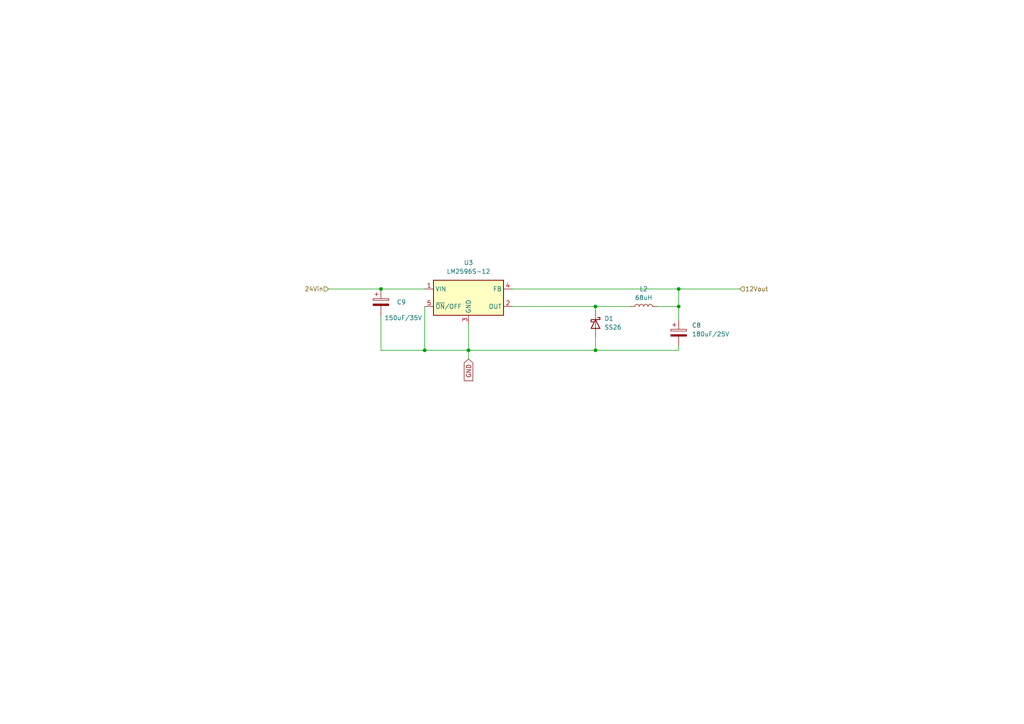
<source format=kicad_sch>
(kicad_sch
	(version 20231120)
	(generator "eeschema")
	(generator_version "8.0")
	(uuid "a3067b2e-8e6d-419f-812c-3279d9b02fd3")
	(paper "A4")
	(lib_symbols
		(symbol "Device:C_Polarized"
			(pin_numbers hide)
			(pin_names
				(offset 0.254)
			)
			(exclude_from_sim no)
			(in_bom yes)
			(on_board yes)
			(property "Reference" "C"
				(at 0.635 2.54 0)
				(effects
					(font
						(size 1.27 1.27)
					)
					(justify left)
				)
			)
			(property "Value" "C_Polarized"
				(at 0.635 -2.54 0)
				(effects
					(font
						(size 1.27 1.27)
					)
					(justify left)
				)
			)
			(property "Footprint" ""
				(at 0.9652 -3.81 0)
				(effects
					(font
						(size 1.27 1.27)
					)
					(hide yes)
				)
			)
			(property "Datasheet" "~"
				(at 0 0 0)
				(effects
					(font
						(size 1.27 1.27)
					)
					(hide yes)
				)
			)
			(property "Description" "Polarized capacitor"
				(at 0 0 0)
				(effects
					(font
						(size 1.27 1.27)
					)
					(hide yes)
				)
			)
			(property "ki_keywords" "cap capacitor"
				(at 0 0 0)
				(effects
					(font
						(size 1.27 1.27)
					)
					(hide yes)
				)
			)
			(property "ki_fp_filters" "CP_*"
				(at 0 0 0)
				(effects
					(font
						(size 1.27 1.27)
					)
					(hide yes)
				)
			)
			(symbol "C_Polarized_0_1"
				(rectangle
					(start -2.286 0.508)
					(end 2.286 1.016)
					(stroke
						(width 0)
						(type default)
					)
					(fill
						(type none)
					)
				)
				(polyline
					(pts
						(xy -1.778 2.286) (xy -0.762 2.286)
					)
					(stroke
						(width 0)
						(type default)
					)
					(fill
						(type none)
					)
				)
				(polyline
					(pts
						(xy -1.27 2.794) (xy -1.27 1.778)
					)
					(stroke
						(width 0)
						(type default)
					)
					(fill
						(type none)
					)
				)
				(rectangle
					(start 2.286 -0.508)
					(end -2.286 -1.016)
					(stroke
						(width 0)
						(type default)
					)
					(fill
						(type outline)
					)
				)
			)
			(symbol "C_Polarized_1_1"
				(pin passive line
					(at 0 3.81 270)
					(length 2.794)
					(name "~"
						(effects
							(font
								(size 1.27 1.27)
							)
						)
					)
					(number "1"
						(effects
							(font
								(size 1.27 1.27)
							)
						)
					)
				)
				(pin passive line
					(at 0 -3.81 90)
					(length 2.794)
					(name "~"
						(effects
							(font
								(size 1.27 1.27)
							)
						)
					)
					(number "2"
						(effects
							(font
								(size 1.27 1.27)
							)
						)
					)
				)
			)
		)
		(symbol "Device:L"
			(pin_numbers hide)
			(pin_names
				(offset 1.016) hide)
			(exclude_from_sim no)
			(in_bom yes)
			(on_board yes)
			(property "Reference" "L"
				(at -1.27 0 90)
				(effects
					(font
						(size 1.27 1.27)
					)
				)
			)
			(property "Value" "L"
				(at 1.905 0 90)
				(effects
					(font
						(size 1.27 1.27)
					)
				)
			)
			(property "Footprint" ""
				(at 0 0 0)
				(effects
					(font
						(size 1.27 1.27)
					)
					(hide yes)
				)
			)
			(property "Datasheet" "~"
				(at 0 0 0)
				(effects
					(font
						(size 1.27 1.27)
					)
					(hide yes)
				)
			)
			(property "Description" "Inductor"
				(at 0 0 0)
				(effects
					(font
						(size 1.27 1.27)
					)
					(hide yes)
				)
			)
			(property "ki_keywords" "inductor choke coil reactor magnetic"
				(at 0 0 0)
				(effects
					(font
						(size 1.27 1.27)
					)
					(hide yes)
				)
			)
			(property "ki_fp_filters" "Choke_* *Coil* Inductor_* L_*"
				(at 0 0 0)
				(effects
					(font
						(size 1.27 1.27)
					)
					(hide yes)
				)
			)
			(symbol "L_0_1"
				(arc
					(start 0 -2.54)
					(mid 0.6323 -1.905)
					(end 0 -1.27)
					(stroke
						(width 0)
						(type default)
					)
					(fill
						(type none)
					)
				)
				(arc
					(start 0 -1.27)
					(mid 0.6323 -0.635)
					(end 0 0)
					(stroke
						(width 0)
						(type default)
					)
					(fill
						(type none)
					)
				)
				(arc
					(start 0 0)
					(mid 0.6323 0.635)
					(end 0 1.27)
					(stroke
						(width 0)
						(type default)
					)
					(fill
						(type none)
					)
				)
				(arc
					(start 0 1.27)
					(mid 0.6323 1.905)
					(end 0 2.54)
					(stroke
						(width 0)
						(type default)
					)
					(fill
						(type none)
					)
				)
			)
			(symbol "L_1_1"
				(pin passive line
					(at 0 3.81 270)
					(length 1.27)
					(name "1"
						(effects
							(font
								(size 1.27 1.27)
							)
						)
					)
					(number "1"
						(effects
							(font
								(size 1.27 1.27)
							)
						)
					)
				)
				(pin passive line
					(at 0 -3.81 90)
					(length 1.27)
					(name "2"
						(effects
							(font
								(size 1.27 1.27)
							)
						)
					)
					(number "2"
						(effects
							(font
								(size 1.27 1.27)
							)
						)
					)
				)
			)
		)
		(symbol "Diode:SS26"
			(pin_numbers hide)
			(pin_names
				(offset 1.016) hide)
			(exclude_from_sim no)
			(in_bom yes)
			(on_board yes)
			(property "Reference" "D"
				(at 0 2.54 0)
				(effects
					(font
						(size 1.27 1.27)
					)
				)
			)
			(property "Value" "SS26"
				(at 0 -2.54 0)
				(effects
					(font
						(size 1.27 1.27)
					)
				)
			)
			(property "Footprint" "Diode_SMD:D_SMA"
				(at 0 -4.445 0)
				(effects
					(font
						(size 1.27 1.27)
					)
					(hide yes)
				)
			)
			(property "Datasheet" "https://www.vishay.com/docs/88748/ss22.pdf"
				(at 0 0 0)
				(effects
					(font
						(size 1.27 1.27)
					)
					(hide yes)
				)
			)
			(property "Description" "60V 2A Schottky Diode, SMA"
				(at 0 0 0)
				(effects
					(font
						(size 1.27 1.27)
					)
					(hide yes)
				)
			)
			(property "ki_keywords" "diode Schottky"
				(at 0 0 0)
				(effects
					(font
						(size 1.27 1.27)
					)
					(hide yes)
				)
			)
			(property "ki_fp_filters" "D*SMA*"
				(at 0 0 0)
				(effects
					(font
						(size 1.27 1.27)
					)
					(hide yes)
				)
			)
			(symbol "SS26_0_1"
				(polyline
					(pts
						(xy 1.27 0) (xy -1.27 0)
					)
					(stroke
						(width 0)
						(type default)
					)
					(fill
						(type none)
					)
				)
				(polyline
					(pts
						(xy 1.27 1.27) (xy 1.27 -1.27) (xy -1.27 0) (xy 1.27 1.27)
					)
					(stroke
						(width 0.254)
						(type default)
					)
					(fill
						(type none)
					)
				)
				(polyline
					(pts
						(xy -1.905 0.635) (xy -1.905 1.27) (xy -1.27 1.27) (xy -1.27 -1.27) (xy -0.635 -1.27) (xy -0.635 -0.635)
					)
					(stroke
						(width 0.254)
						(type default)
					)
					(fill
						(type none)
					)
				)
			)
			(symbol "SS26_1_1"
				(pin passive line
					(at -3.81 0 0)
					(length 2.54)
					(name "K"
						(effects
							(font
								(size 1.27 1.27)
							)
						)
					)
					(number "1"
						(effects
							(font
								(size 1.27 1.27)
							)
						)
					)
				)
				(pin passive line
					(at 3.81 0 180)
					(length 2.54)
					(name "A"
						(effects
							(font
								(size 1.27 1.27)
							)
						)
					)
					(number "2"
						(effects
							(font
								(size 1.27 1.27)
							)
						)
					)
				)
			)
		)
		(symbol "Regulator_Switching:LM2596S-12"
			(exclude_from_sim no)
			(in_bom yes)
			(on_board yes)
			(property "Reference" "U"
				(at -10.16 6.35 0)
				(effects
					(font
						(size 1.27 1.27)
					)
					(justify left)
				)
			)
			(property "Value" "LM2596S-12"
				(at 0 6.35 0)
				(effects
					(font
						(size 1.27 1.27)
					)
					(justify left)
				)
			)
			(property "Footprint" "Package_TO_SOT_SMD:TO-263-5_TabPin3"
				(at 1.27 -6.35 0)
				(effects
					(font
						(size 1.27 1.27)
						(italic yes)
					)
					(justify left)
					(hide yes)
				)
			)
			(property "Datasheet" "http://www.ti.com/lit/ds/symlink/lm2596.pdf"
				(at 0 0 0)
				(effects
					(font
						(size 1.27 1.27)
					)
					(hide yes)
				)
			)
			(property "Description" "12V 3A Step-Down Voltage Regulator, TO-263"
				(at 0 0 0)
				(effects
					(font
						(size 1.27 1.27)
					)
					(hide yes)
				)
			)
			(property "ki_keywords" "Step-Down Voltage Regulator 12V 3A"
				(at 0 0 0)
				(effects
					(font
						(size 1.27 1.27)
					)
					(hide yes)
				)
			)
			(property "ki_fp_filters" "TO?263*"
				(at 0 0 0)
				(effects
					(font
						(size 1.27 1.27)
					)
					(hide yes)
				)
			)
			(symbol "LM2596S-12_0_1"
				(rectangle
					(start -10.16 5.08)
					(end 10.16 -5.08)
					(stroke
						(width 0.254)
						(type default)
					)
					(fill
						(type background)
					)
				)
			)
			(symbol "LM2596S-12_1_1"
				(pin power_in line
					(at -12.7 2.54 0)
					(length 2.54)
					(name "VIN"
						(effects
							(font
								(size 1.27 1.27)
							)
						)
					)
					(number "1"
						(effects
							(font
								(size 1.27 1.27)
							)
						)
					)
				)
				(pin output line
					(at 12.7 -2.54 180)
					(length 2.54)
					(name "OUT"
						(effects
							(font
								(size 1.27 1.27)
							)
						)
					)
					(number "2"
						(effects
							(font
								(size 1.27 1.27)
							)
						)
					)
				)
				(pin power_in line
					(at 0 -7.62 90)
					(length 2.54)
					(name "GND"
						(effects
							(font
								(size 1.27 1.27)
							)
						)
					)
					(number "3"
						(effects
							(font
								(size 1.27 1.27)
							)
						)
					)
				)
				(pin input line
					(at 12.7 2.54 180)
					(length 2.54)
					(name "FB"
						(effects
							(font
								(size 1.27 1.27)
							)
						)
					)
					(number "4"
						(effects
							(font
								(size 1.27 1.27)
							)
						)
					)
				)
				(pin input line
					(at -12.7 -2.54 0)
					(length 2.54)
					(name "~{ON}/OFF"
						(effects
							(font
								(size 1.27 1.27)
							)
						)
					)
					(number "5"
						(effects
							(font
								(size 1.27 1.27)
							)
						)
					)
				)
			)
		)
	)
	(junction
		(at 135.89 101.6)
		(diameter 0)
		(color 0 0 0 0)
		(uuid "07a7e50f-864f-4f7f-a53c-056b7b28f103")
	)
	(junction
		(at 110.49 83.82)
		(diameter 0)
		(color 0 0 0 0)
		(uuid "2cf6c793-b860-4b3c-a242-ba3b762b7990")
	)
	(junction
		(at 123.19 101.6)
		(diameter 0)
		(color 0 0 0 0)
		(uuid "5661ef3f-7e84-47f1-b617-5be165492184")
	)
	(junction
		(at 172.72 101.6)
		(diameter 0)
		(color 0 0 0 0)
		(uuid "73a7ae09-eb67-4c2e-a267-4ef699fa6f5f")
	)
	(junction
		(at 196.85 83.82)
		(diameter 0)
		(color 0 0 0 0)
		(uuid "7a55eace-d193-40c9-859b-6727bb85ad35")
	)
	(junction
		(at 172.72 88.9)
		(diameter 0)
		(color 0 0 0 0)
		(uuid "7eecfb26-af5a-403e-b4c7-5f929876f3b6")
	)
	(junction
		(at 196.85 88.9)
		(diameter 0)
		(color 0 0 0 0)
		(uuid "cfe6bd9f-e6e3-4505-bcd6-239ff16a3da6")
	)
	(wire
		(pts
			(xy 196.85 88.9) (xy 196.85 92.71)
		)
		(stroke
			(width 0)
			(type default)
		)
		(uuid "1bbfd355-2dec-4e2b-b091-8c1d7275d367")
	)
	(wire
		(pts
			(xy 196.85 83.82) (xy 196.85 88.9)
		)
		(stroke
			(width 0)
			(type default)
		)
		(uuid "1ccc6265-f539-4a45-9945-65b8660a2cbe")
	)
	(wire
		(pts
			(xy 110.49 101.6) (xy 123.19 101.6)
		)
		(stroke
			(width 0)
			(type default)
		)
		(uuid "1d36d50f-7d44-4843-a659-0e4c1d4b8577")
	)
	(wire
		(pts
			(xy 196.85 101.6) (xy 196.85 100.33)
		)
		(stroke
			(width 0)
			(type default)
		)
		(uuid "2bf5ba9a-2544-43a8-9bfc-7ff667d24715")
	)
	(wire
		(pts
			(xy 148.59 88.9) (xy 172.72 88.9)
		)
		(stroke
			(width 0)
			(type default)
		)
		(uuid "36f6e18c-def5-4576-93f3-dbde61231b47")
	)
	(wire
		(pts
			(xy 172.72 88.9) (xy 172.72 90.17)
		)
		(stroke
			(width 0)
			(type default)
		)
		(uuid "645289c2-ab4f-4019-a3e2-b439656e8762")
	)
	(wire
		(pts
			(xy 172.72 101.6) (xy 135.89 101.6)
		)
		(stroke
			(width 0)
			(type default)
		)
		(uuid "7a006970-0ce9-4408-8735-51e8fca9eb20")
	)
	(wire
		(pts
			(xy 135.89 93.98) (xy 135.89 101.6)
		)
		(stroke
			(width 0)
			(type default)
		)
		(uuid "7ed9e8ff-af0b-4685-8e2a-bfec1af1c03e")
	)
	(wire
		(pts
			(xy 196.85 83.82) (xy 214.63 83.82)
		)
		(stroke
			(width 0)
			(type default)
		)
		(uuid "8ef5af12-2074-4369-8312-1bc925ee3f9a")
	)
	(wire
		(pts
			(xy 123.19 88.9) (xy 123.19 101.6)
		)
		(stroke
			(width 0)
			(type default)
		)
		(uuid "947718c8-205c-4730-8551-3fb25931cb3f")
	)
	(wire
		(pts
			(xy 123.19 101.6) (xy 135.89 101.6)
		)
		(stroke
			(width 0)
			(type default)
		)
		(uuid "9c1d57e0-5f8d-467d-9a6d-61c310b67e80")
	)
	(wire
		(pts
			(xy 196.85 88.9) (xy 190.5 88.9)
		)
		(stroke
			(width 0)
			(type default)
		)
		(uuid "b62761fe-495a-428a-9913-058d0c7d6727")
	)
	(wire
		(pts
			(xy 95.25 83.82) (xy 110.49 83.82)
		)
		(stroke
			(width 0)
			(type default)
		)
		(uuid "c2df96b1-d1b9-4c8d-90aa-66a6a4761ae0")
	)
	(wire
		(pts
			(xy 110.49 83.82) (xy 123.19 83.82)
		)
		(stroke
			(width 0)
			(type default)
		)
		(uuid "cea7d081-6718-4fdd-ae79-e7d1168332c9")
	)
	(wire
		(pts
			(xy 172.72 101.6) (xy 196.85 101.6)
		)
		(stroke
			(width 0)
			(type default)
		)
		(uuid "d90e3baa-674a-46bb-9399-3ad7c923897c")
	)
	(wire
		(pts
			(xy 110.49 91.44) (xy 110.49 101.6)
		)
		(stroke
			(width 0)
			(type default)
		)
		(uuid "e3a820eb-73fb-42ef-8133-88a126ae71f9")
	)
	(wire
		(pts
			(xy 148.59 83.82) (xy 196.85 83.82)
		)
		(stroke
			(width 0)
			(type default)
		)
		(uuid "ef262c00-9c03-452e-b83b-3e0d00375544")
	)
	(wire
		(pts
			(xy 172.72 97.79) (xy 172.72 101.6)
		)
		(stroke
			(width 0)
			(type default)
		)
		(uuid "f1b36b15-0a3c-49bb-8015-0050fc2637cd")
	)
	(wire
		(pts
			(xy 172.72 88.9) (xy 182.88 88.9)
		)
		(stroke
			(width 0)
			(type default)
		)
		(uuid "f37363ce-2f8a-4f4a-96ac-8e68212eb14a")
	)
	(wire
		(pts
			(xy 135.89 101.6) (xy 135.89 104.14)
		)
		(stroke
			(width 0)
			(type default)
		)
		(uuid "ff23511c-6f89-4b64-9783-1e864c7b981e")
	)
	(global_label "GND"
		(shape input)
		(at 135.89 104.14 270)
		(fields_autoplaced yes)
		(effects
			(font
				(size 1.27 1.27)
			)
			(justify right)
		)
		(uuid "df4dea26-fa9d-4a2e-958e-89b2a1952604")
		(property "Intersheetrefs" "${INTERSHEET_REFS}"
			(at 135.89 111.0908 90)
			(effects
				(font
					(size 1.27 1.27)
				)
				(justify right)
				(hide yes)
			)
		)
	)
	(hierarchical_label "12Vout"
		(shape input)
		(at 214.63 83.82 0)
		(fields_autoplaced yes)
		(effects
			(font
				(size 1.27 1.27)
			)
			(justify left)
		)
		(uuid "7a8ca056-07cf-482b-be85-14d646acd697")
	)
	(hierarchical_label "24Vin"
		(shape input)
		(at 95.25 83.82 180)
		(fields_autoplaced yes)
		(effects
			(font
				(size 1.27 1.27)
			)
			(justify right)
		)
		(uuid "f59fff4c-123c-477a-9c72-e67186f71998")
	)
	(symbol
		(lib_id "Regulator_Switching:LM2596S-12")
		(at 135.89 86.36 0)
		(unit 1)
		(exclude_from_sim no)
		(in_bom yes)
		(on_board yes)
		(dnp no)
		(fields_autoplaced yes)
		(uuid "09d05f73-672c-456e-b370-c46c06380d0f")
		(property "Reference" "U3"
			(at 135.89 76.2 0)
			(effects
				(font
					(size 1.27 1.27)
				)
			)
		)
		(property "Value" "LM2596S-12"
			(at 135.89 78.74 0)
			(effects
				(font
					(size 1.27 1.27)
				)
			)
		)
		(property "Footprint" "Package_TO_SOT_SMD:TO-263-5_TabPin3"
			(at 137.16 92.71 0)
			(effects
				(font
					(size 1.27 1.27)
					(italic yes)
				)
				(justify left)
				(hide yes)
			)
		)
		(property "Datasheet" "http://www.ti.com/lit/ds/symlink/lm2596.pdf"
			(at 135.89 86.36 0)
			(effects
				(font
					(size 1.27 1.27)
				)
				(hide yes)
			)
		)
		(property "Description" "12V 3A Step-Down Voltage Regulator, TO-263"
			(at 135.89 86.36 0)
			(effects
				(font
					(size 1.27 1.27)
				)
				(hide yes)
			)
		)
		(pin "1"
			(uuid "2e7f303a-c3f0-4b5b-a168-aaa8a4387a97")
		)
		(pin "2"
			(uuid "046b35d9-7da6-4032-a19b-fd0697180e62")
		)
		(pin "3"
			(uuid "d68422e8-4f25-4421-90e5-4c85ac80574c")
		)
		(pin "5"
			(uuid "5ccb8506-5bf0-4f2d-826b-240ddf9fa813")
		)
		(pin "4"
			(uuid "97f54d9b-26e4-4dc2-8427-abfba786f6c4")
		)
		(instances
			(project ""
				(path "/e63e39d7-6ac0-4ffd-8aa3-1841a4541b55/bcaa5ea1-b4ff-4776-b21a-751ea1527a0d"
					(reference "U3")
					(unit 1)
				)
			)
		)
	)
	(symbol
		(lib_id "Diode:SS26")
		(at 172.72 93.98 270)
		(unit 1)
		(exclude_from_sim no)
		(in_bom yes)
		(on_board yes)
		(dnp no)
		(fields_autoplaced yes)
		(uuid "37f7be83-f1e4-40bd-aadc-3e776a72e4d3")
		(property "Reference" "D1"
			(at 175.26 92.3924 90)
			(effects
				(font
					(size 1.27 1.27)
				)
				(justify left)
			)
		)
		(property "Value" "SS26"
			(at 175.26 94.9324 90)
			(effects
				(font
					(size 1.27 1.27)
				)
				(justify left)
			)
		)
		(property "Footprint" "Diode_SMD:D_SMA"
			(at 168.275 93.98 0)
			(effects
				(font
					(size 1.27 1.27)
				)
				(hide yes)
			)
		)
		(property "Datasheet" "https://www.vishay.com/docs/88748/ss22.pdf"
			(at 172.72 93.98 0)
			(effects
				(font
					(size 1.27 1.27)
				)
				(hide yes)
			)
		)
		(property "Description" "60V 2A Schottky Diode, SMA"
			(at 172.72 93.98 0)
			(effects
				(font
					(size 1.27 1.27)
				)
				(hide yes)
			)
		)
		(pin "1"
			(uuid "90f1e7be-36b0-485e-b07f-b4dc5a67e827")
		)
		(pin "2"
			(uuid "0785b934-f168-4da4-88eb-08d8778537e1")
		)
		(instances
			(project ""
				(path "/e63e39d7-6ac0-4ffd-8aa3-1841a4541b55/bcaa5ea1-b4ff-4776-b21a-751ea1527a0d"
					(reference "D1")
					(unit 1)
				)
			)
		)
	)
	(symbol
		(lib_id "Device:L")
		(at 186.69 88.9 90)
		(unit 1)
		(exclude_from_sim no)
		(in_bom yes)
		(on_board yes)
		(dnp no)
		(fields_autoplaced yes)
		(uuid "4ef06259-8db4-424e-980a-4f94d5c59da4")
		(property "Reference" "L2"
			(at 186.69 83.82 90)
			(effects
				(font
					(size 1.27 1.27)
				)
			)
		)
		(property "Value" "68uH"
			(at 186.69 86.36 90)
			(effects
				(font
					(size 1.27 1.27)
				)
			)
		)
		(property "Footprint" "PA4344.683NLT:PA4344683NLT"
			(at 186.69 88.9 0)
			(effects
				(font
					(size 1.27 1.27)
				)
				(hide yes)
			)
		)
		(property "Datasheet" "~"
			(at 186.69 88.9 0)
			(effects
				(font
					(size 1.27 1.27)
				)
				(hide yes)
			)
		)
		(property "Description" "Inductor"
			(at 186.69 88.9 0)
			(effects
				(font
					(size 1.27 1.27)
				)
				(hide yes)
			)
		)
		(pin "1"
			(uuid "d2fed942-7585-4fe8-8acc-796c1c568ac5")
		)
		(pin "2"
			(uuid "d5a1798e-aa7f-4dfa-964c-9d86e8759f98")
		)
		(instances
			(project ""
				(path "/e63e39d7-6ac0-4ffd-8aa3-1841a4541b55/bcaa5ea1-b4ff-4776-b21a-751ea1527a0d"
					(reference "L2")
					(unit 1)
				)
			)
		)
	)
	(symbol
		(lib_id "Device:C_Polarized")
		(at 110.49 87.63 0)
		(unit 1)
		(exclude_from_sim no)
		(in_bom yes)
		(on_board yes)
		(dnp no)
		(uuid "83105451-d16e-4658-a202-19f4395eeac6")
		(property "Reference" "C9"
			(at 115.062 87.63 0)
			(effects
				(font
					(size 1.27 1.27)
				)
				(justify left)
			)
		)
		(property "Value" "150uF/35V"
			(at 111.506 92.202 0)
			(effects
				(font
					(size 1.27 1.27)
				)
				(justify left)
			)
		)
		(property "Footprint" "EEH-ZA1V151P:EEHZA1H680P"
			(at 111.4552 91.44 0)
			(effects
				(font
					(size 1.27 1.27)
				)
				(hide yes)
			)
		)
		(property "Datasheet" "~"
			(at 110.49 87.63 0)
			(effects
				(font
					(size 1.27 1.27)
				)
				(hide yes)
			)
		)
		(property "Description" "Polarized capacitor"
			(at 110.49 87.63 0)
			(effects
				(font
					(size 1.27 1.27)
				)
				(hide yes)
			)
		)
		(pin "2"
			(uuid "098a3460-5296-48cc-aaee-774e5a3b6247")
		)
		(pin "1"
			(uuid "719e6341-4b2a-4d60-ab02-52367546180a")
		)
		(instances
			(project ""
				(path "/e63e39d7-6ac0-4ffd-8aa3-1841a4541b55/bcaa5ea1-b4ff-4776-b21a-751ea1527a0d"
					(reference "C9")
					(unit 1)
				)
			)
		)
	)
	(symbol
		(lib_id "Device:C_Polarized")
		(at 196.85 96.52 0)
		(unit 1)
		(exclude_from_sim no)
		(in_bom yes)
		(on_board yes)
		(dnp no)
		(fields_autoplaced yes)
		(uuid "fd1a63af-4f91-436c-8638-36c353744720")
		(property "Reference" "C8"
			(at 200.66 94.3609 0)
			(effects
				(font
					(size 1.27 1.27)
				)
				(justify left)
			)
		)
		(property "Value" "180uF/25V"
			(at 200.66 96.9009 0)
			(effects
				(font
					(size 1.27 1.27)
				)
				(justify left)
			)
		)
		(property "Footprint" "A768KE187M1ELAE029:CAPAE830X700N"
			(at 197.8152 100.33 0)
			(effects
				(font
					(size 1.27 1.27)
				)
				(hide yes)
			)
		)
		(property "Datasheet" "~"
			(at 196.85 96.52 0)
			(effects
				(font
					(size 1.27 1.27)
				)
				(hide yes)
			)
		)
		(property "Description" "Polarized capacitor"
			(at 196.85 96.52 0)
			(effects
				(font
					(size 1.27 1.27)
				)
				(hide yes)
			)
		)
		(pin "2"
			(uuid "60aee63a-a31d-4dec-97fa-36e5facec21e")
		)
		(pin "1"
			(uuid "d13b0d1d-0490-42c2-9d57-005ff065536d")
		)
		(instances
			(project ""
				(path "/e63e39d7-6ac0-4ffd-8aa3-1841a4541b55/bcaa5ea1-b4ff-4776-b21a-751ea1527a0d"
					(reference "C8")
					(unit 1)
				)
			)
		)
	)
)

</source>
